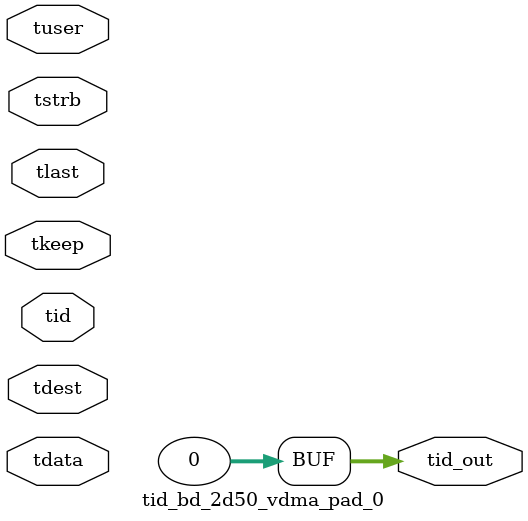
<source format=v>


`timescale 1ps/1ps

module tid_bd_2d50_vdma_pad_0 #
(
parameter C_S_AXIS_TID_WIDTH   = 1,
parameter C_S_AXIS_TUSER_WIDTH = 0,
parameter C_S_AXIS_TDATA_WIDTH = 0,
parameter C_S_AXIS_TDEST_WIDTH = 0,
parameter C_M_AXIS_TID_WIDTH   = 32
)
(
input  [(C_S_AXIS_TID_WIDTH   == 0 ? 1 : C_S_AXIS_TID_WIDTH)-1:0       ] tid,
input  [(C_S_AXIS_TDATA_WIDTH == 0 ? 1 : C_S_AXIS_TDATA_WIDTH)-1:0     ] tdata,
input  [(C_S_AXIS_TUSER_WIDTH == 0 ? 1 : C_S_AXIS_TUSER_WIDTH)-1:0     ] tuser,
input  [(C_S_AXIS_TDEST_WIDTH == 0 ? 1 : C_S_AXIS_TDEST_WIDTH)-1:0     ] tdest,
input  [(C_S_AXIS_TDATA_WIDTH/8)-1:0 ] tkeep,
input  [(C_S_AXIS_TDATA_WIDTH/8)-1:0 ] tstrb,
input                                                                    tlast,
output [(C_M_AXIS_TID_WIDTH   == 0 ? 1 : C_M_AXIS_TID_WIDTH)-1:0       ] tid_out
);

assign tid_out = {1'b0};

endmodule


</source>
